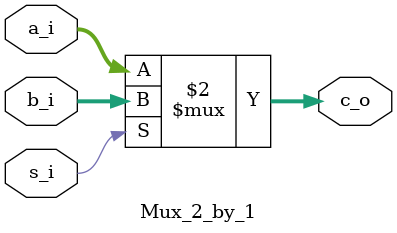
<source format=v>
module Mux_2_by_1 (

    input [31:0]a_i,b_i,
    input s_i,
    output [31:0]c_o
);
    assign c_o = (~s_i) ? a_i : b_i ;
    
endmodule
</source>
